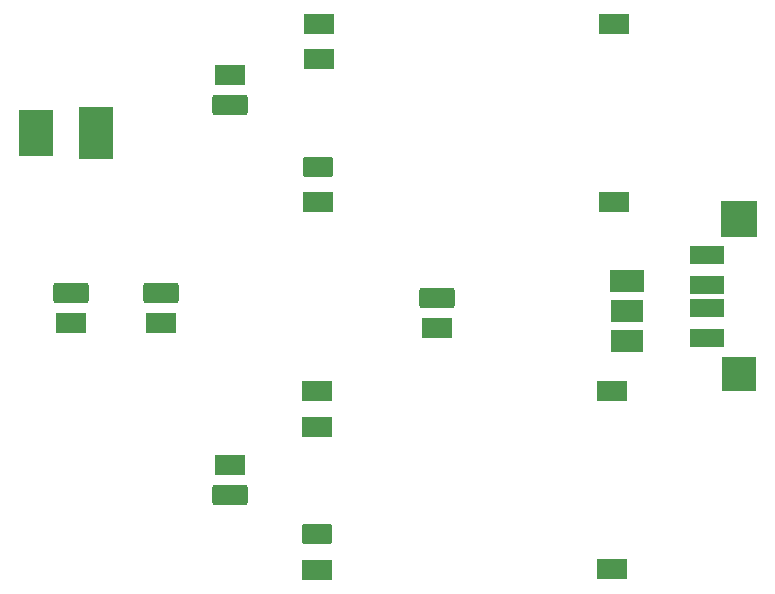
<source format=gbr>
%TF.GenerationSoftware,KiCad,Pcbnew,6.0.7+dfsg-1+b1*%
%TF.CreationDate,2022-10-19T23:41:24-05:00*%
%TF.ProjectId,solar_battery_charge,736f6c61-725f-4626-9174-746572795f63,rev?*%
%TF.SameCoordinates,Original*%
%TF.FileFunction,Copper,L2,Bot*%
%TF.FilePolarity,Positive*%
%FSLAX46Y46*%
G04 Gerber Fmt 4.6, Leading zero omitted, Abs format (unit mm)*
G04 Created by KiCad (PCBNEW 6.0.7+dfsg-1+b1) date 2022-10-19 23:41:24*
%MOMM*%
%LPD*%
G01*
G04 APERTURE LIST*
G04 Aperture macros list*
%AMRoundRect*
0 Rectangle with rounded corners*
0 $1 Rounding radius*
0 $2 $3 $4 $5 $6 $7 $8 $9 X,Y pos of 4 corners*
0 Add a 4 corners polygon primitive as box body*
4,1,4,$2,$3,$4,$5,$6,$7,$8,$9,$2,$3,0*
0 Add four circle primitives for the rounded corners*
1,1,$1+$1,$2,$3*
1,1,$1+$1,$4,$5*
1,1,$1+$1,$6,$7*
1,1,$1+$1,$8,$9*
0 Add four rect primitives between the rounded corners*
20,1,$1+$1,$2,$3,$4,$5,0*
20,1,$1+$1,$4,$5,$6,$7,0*
20,1,$1+$1,$6,$7,$8,$9,0*
20,1,$1+$1,$8,$9,$2,$3,0*%
%AMFreePoly0*
4,1,5,1.500000,-1.500000,-1.500000,-1.500000,-1.500000,1.500000,1.500000,1.500000,1.500000,-1.500000,1.500000,-1.500000,$1*%
G04 Aperture macros list end*
%TA.AperFunction,ComponentPad*%
%ADD10R,3.000000X1.905000*%
%TD*%
%TA.AperFunction,ComponentPad*%
%ADD11R,2.700000X1.905000*%
%TD*%
%TA.AperFunction,ComponentPad*%
%ADD12R,3.000000X4.500000*%
%TD*%
%TA.AperFunction,ComponentPad*%
%ADD13R,3.000000X4.000000*%
%TD*%
%TA.AperFunction,ComponentPad*%
%ADD14RoundRect,0.250000X-1.250000X0.620000X-1.250000X-0.620000X1.250000X-0.620000X1.250000X0.620000X0*%
%TD*%
%TA.AperFunction,ComponentPad*%
%ADD15R,2.540000X1.740000*%
%TD*%
%TA.AperFunction,ComponentPad*%
%ADD16RoundRect,0.250000X1.250000X-0.620000X1.250000X0.620000X-1.250000X0.620000X-1.250000X-0.620000X0*%
%TD*%
%TA.AperFunction,ComponentPad*%
%ADD17RoundRect,0.250000X-1.020000X0.620000X-1.020000X-0.620000X1.020000X-0.620000X1.020000X0.620000X0*%
%TD*%
%TA.AperFunction,ComponentPad*%
%ADD18R,3.000000X1.600000*%
%TD*%
%TA.AperFunction,ComponentPad*%
%ADD19FreePoly0,90.000000*%
%TD*%
%TA.AperFunction,ComponentPad*%
%ADD20R,3.000000X3.000000*%
%TD*%
G04 APERTURE END LIST*
D10*
%TO.P,U1,1,VI*%
%TO.N,solarPanel+*%
X153017500Y-48055000D03*
D11*
%TO.P,U1,2,GND*%
%TO.N,solarPanel-*%
X153017500Y-50595000D03*
%TO.P,U1,3,VO*%
%TO.N,5v+*%
X153017500Y-53135000D03*
%TD*%
D12*
%TO.P,J4,1,Pin_1*%
%TO.N,battery-*%
X108090000Y-35500000D03*
D13*
%TO.P,J4,2,Pin_2*%
%TO.N,5.0v_bat*%
X103010000Y-35500000D03*
%TD*%
D14*
%TO.P,J2,1,Pin_1*%
%TO.N,battery-*%
X113561700Y-49108000D03*
D15*
%TO.P,J2,2,Pin_2*%
%TO.N,5.0v_bat*%
X113561700Y-51648000D03*
%TD*%
D16*
%TO.P,J6,1,Pin_1*%
%TO.N,batery2-*%
X119407500Y-33200000D03*
D15*
%TO.P,J6,2,Pin_2*%
%TO.N,batery2+*%
X119407500Y-30660000D03*
%TD*%
D14*
%TO.P,J7,1,Pin_1*%
%TO.N,battery-*%
X136960000Y-49530000D03*
D15*
%TO.P,J7,2,Pin_2*%
%TO.N,battery+*%
X136960000Y-52070000D03*
%TD*%
D17*
%TO.P,U3,1,B-*%
%TO.N,batery2-*%
X126900200Y-38402800D03*
D15*
%TO.P,U3,2,B+*%
%TO.N,batery2+*%
X126950200Y-29302800D03*
%TO.P,U3,3,OUT-*%
%TO.N,battery-*%
X126900200Y-41402800D03*
%TO.P,U3,4,OUT+*%
%TO.N,battery_series*%
X126950200Y-26302800D03*
%TO.P,U3,5,-*%
%TO.N,solarPanel-*%
X151900200Y-41352800D03*
%TO.P,U3,6,+*%
%TO.N,5v+*%
X151900200Y-26302800D03*
%TD*%
D14*
%TO.P,J3,1,Pin_1*%
%TO.N,battery-*%
X105961700Y-49108000D03*
D15*
%TO.P,J3,2,Pin_2*%
%TO.N,5.0v_bat*%
X105961700Y-51648000D03*
%TD*%
D18*
%TO.P,J1,1,VBUS*%
%TO.N,unconnected-(J1-Pad1)*%
X159790800Y-52877600D03*
%TO.P,J1,2,D-*%
%TO.N,solarPanel-*%
X159790800Y-50377600D03*
%TO.P,J1,3,D+*%
%TO.N,solarPanel+*%
X159790800Y-48377600D03*
%TO.P,J1,4,GND*%
%TO.N,unconnected-(J1-Pad4)*%
X159790800Y-45877600D03*
D19*
%TO.P,J1,5,Shield*%
%TO.N,unconnected-(J1-Pad5)*%
X162500800Y-42807600D03*
D20*
X162500800Y-55947600D03*
%TD*%
D16*
%TO.P,J5,1,Pin_1*%
%TO.N,batery1-*%
X119407500Y-66141600D03*
D15*
%TO.P,J5,2,Pin_2*%
%TO.N,batery1+*%
X119407500Y-63601600D03*
%TD*%
D17*
%TO.P,U4,1,B-*%
%TO.N,batery1-*%
X126747800Y-69492400D03*
D15*
%TO.P,U4,2,B+*%
%TO.N,batery1+*%
X126797800Y-60392400D03*
%TO.P,U4,3,OUT-*%
%TO.N,battery_series*%
X126747800Y-72492400D03*
%TO.P,U4,4,OUT+*%
%TO.N,battery+*%
X126797800Y-57392400D03*
%TO.P,U4,5,-*%
%TO.N,solarPanel-*%
X151747800Y-72442400D03*
%TO.P,U4,6,+*%
%TO.N,5v+*%
X151747800Y-57392400D03*
%TD*%
M02*

</source>
